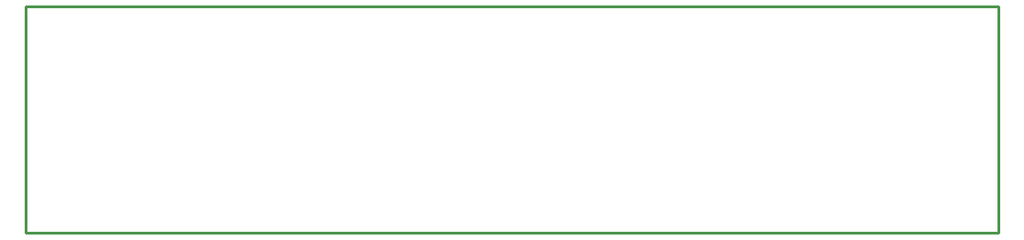
<source format=gbr>
G04 EAGLE Gerber RS-274X export*
G75*
%MOMM*%
%FSLAX34Y34*%
%LPD*%
%IN*%
%IPPOS*%
%AMOC8*
5,1,8,0,0,1.08239X$1,22.5*%
G01*
%ADD10C,0.254000*%


D10*
X0Y10000D02*
X900000Y10000D01*
X900000Y220000D01*
X0Y220000D01*
X0Y10000D01*
M02*

</source>
